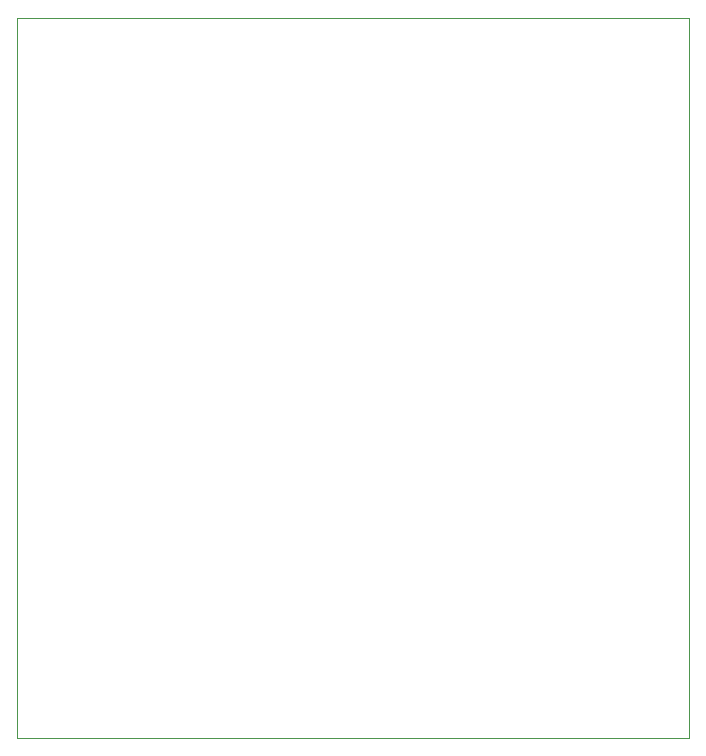
<source format=gbr>
G04 #@! TF.GenerationSoftware,KiCad,Pcbnew,(5.1.5)-3*
G04 #@! TF.CreationDate,2020-02-20T10:21:21+01:00*
G04 #@! TF.ProjectId,bq25570,62713235-3537-4302-9e6b-696361645f70,rev?*
G04 #@! TF.SameCoordinates,Original*
G04 #@! TF.FileFunction,Profile,NP*
%FSLAX46Y46*%
G04 Gerber Fmt 4.6, Leading zero omitted, Abs format (unit mm)*
G04 Created by KiCad (PCBNEW (5.1.5)-3) date 2020-02-20 10:21:21*
%MOMM*%
%LPD*%
G04 APERTURE LIST*
%ADD10C,0.050000*%
G04 APERTURE END LIST*
D10*
X87884000Y-104140000D02*
X144780000Y-104140000D01*
X87884000Y-43180000D02*
X144780000Y-43180000D01*
X87884000Y-104140000D02*
X87884000Y-43180000D01*
X144780000Y-43180000D02*
X144780000Y-104140000D01*
M02*

</source>
